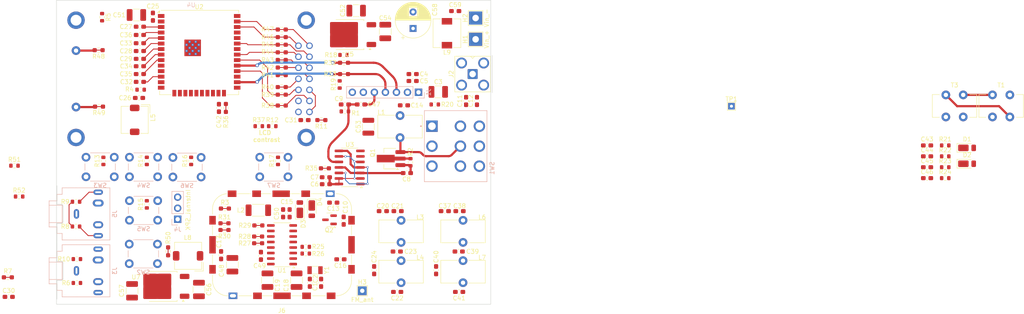
<source format=kicad_pcb>
(kicad_pcb (version 20240108) (generator "pcbnew") (generator_version "8.0")
  (layers (0 "F.Cu" signal) (31 "B.Cu" signal) (34 "B.Paste" user) (35 "F.Paste" user) (36 "B.SilkS" user "B.Silkscreen") (37 "F.SilkS" user "F.Silkscreen") (38 "B.Mask" user) (39 "F.Mask" user) (44 "Edge.Cuts" user))
  (net 0 "")
  (net 1 "Net-(U1-GPO3{slash}DCLK)")
  (net 2 "GND")
  (net 3 "Net-(U1-RCLK)")
  (net 4 "+3V3")
  (net 5 "Net-(U3E-VCC)")
  (net 6 "Net-(C8-Pad1)")
  (net 7 "Net-(Q1-G)")
  (net 8 "Net-(C47-Pad1)")
  (net 9 "Net-(Q2-G)")
  (net 10 "/RX/RF")
  (net 11 "Net-(J2-In)")
  (net 12 "Net-(Q2-S)")
  (net 13 "VBUS")
  (net 14 "Net-(D3-K)")
  (net 15 "Net-(U1-AMI)")
  (net 16 "Net-(C16-Pad1)")
  (net 17 "Net-(U1-FMI)")
  (net 18 "Net-(U1-VDD)")
  (net 19 "/MCU_and_UI/audio_out_left")
  (net 20 "Net-(U1-LOUT{slash}DFS)")
  (net 21 "Net-(U1-ROUT{slash}DOUT)")
  (net 22 "Net-(SW1B-C)")
  (net 23 "Net-(C21-Pad2)")
  (net 24 "Net-(SW1C-C)")
  (net 25 "Net-(C23-Pad2)")
  (net 26 "Net-(U2-VDD)")
  (net 27 "/MCU_and_UI/ESP_reset")
  (net 28 "/MCU_and_UI/mic_in")
  (net 29 "/MCU_and_UI/PTT_key")
  (net 30 "Net-(C30-Pad1)")
  (net 31 "Net-(C30-Pad2)")
  (net 32 "Net-(U4-Chip_enable)")
  (net 33 "/MCU_and_UI/Btn.Select")
  (net 34 "/MCU_and_UI/Btn.Up")
  (net 35 "/MCU_and_UI/Btn.Down")
  (net 36 "/MCU_and_UI/Btn.Back")
  (net 37 "/MCU_and_UI/Btn.Menu")
  (net 38 "Net-(SW1B-A)")
  (net 39 "Net-(SW1C-A)")
  (net 40 "/MCU_and_UI/Band_select")
  (net 41 "Net-(D2-K)")
  (net 42 "Net-(D1-K)")
  (net 43 "/channel_switching_and_filtering/Forward_indicator")
  (net 44 "/channel_switching_and_filtering/Reverse_indicator")
  (net 45 "/TX/Out1")
  (net 46 "Net-(D1-A)")
  (net 47 "Net-(D2-A)")
  (net 48 "/TX/SDA")
  (net 49 "/TX/SCL")
  (net 50 "/TX/Out2")
  (net 51 "/TX/Out3")
  (net 52 "/MCU_and_UI/onboard_key")
  (net 53 "/TX/TX_PA")
  (net 54 "/MCU_and_UI/RX_ant_en")
  (net 55 "Net-(U2-IO12)")
  (net 56 "/MCU_and_UI/onboard_mic")
  (net 57 "/MCU_and_UI/side_tone")
  (net 58 "Net-(U4-Vo)")
  (net 59 "/MCU_and_UI/I2C_SCL")
  (net 60 "/MCU_and_UI/I2C_SDIO")
  (net 61 "Net-(U1-GPO1)")
  (net 62 "Net-(U1-GPO2{slash}INTB)")
  (net 63 "Net-(U1-SDIO)")
  (net 64 "Net-(U1-SCLK)")
  (net 65 "Net-(U1-~{RST})")
  (net 66 "/MCU_and_UI/~{SI_RST}")
  (net 67 "Net-(U1-SENB)")
  (net 68 "Net-(U2-IO2)")
  (net 70 "Net-(SW1C-B)")
  (net 71 "/channel_switching_and_filtering/RF_out")
  (net 73 "/MCU_and_UI/ESP_TX")
  (net 76 "/MCU_and_UI/ESP_RX")
  (net 77 "/MCU_and_UI/LCD.D5")
  (net 78 "/MCU_and_UI/LCD.D4")
  (net 79 "/MCU_and_UI/LCD.BL")
  (net 81 "/MCU_and_UI/ESP_boot")
  (net 84 "/MCU_and_UI/LCD.D{slash}I")
  (net 85 "/MCU_and_UI/V_sense")
  (net 86 "/MCU_and_UI/LCD.D6")
  (net 87 "/MCU_and_UI/LCD.D7")
  (net 89 "/MCU_and_UI/LCD.R{slash}L")
  (net 91 "Net-(U3-Pad1)")
  (net 92 "/MCU_and_UI/LCD.D2")
  (net 93 "/MCU_and_UI/LCD.D1")
  (net 94 "/MCU_and_UI/LCD.D0")
  (net 95 "/MCU_and_UI/LCD.D3")
  (net 96 "Net-(U4-Data{slash}~{Instruction})")
  (net 97 "Net-(U4-R{slash}~{L})")
  (net 98 "Net-(U4-D0)")
  (net 99 "Net-(U4-D1)")
  (net 100 "Net-(U4-D2)")
  (net 101 "Net-(U4-D3)")
  (net 102 "Net-(U4-D4)")
  (net 103 "Net-(U4-D5)")
  (net 104 "Net-(U4-D6)")
  (net 105 "Net-(U4-D7)")
  (net 106 "Net-(U4-Vdd_backlight)")
  (net 107 "Net-(U4-Vss_backlight)")
  (net 109 "Net-(C38-Pad2)")
  (net 110 "Net-(C39-Pad2)")
  (net 111 "+3V3_RX")
  (net 112 "VBUS_filtered")
  (net 113 "Net-(J4-Pin_2)")
  (net 114 "Net-(J4-Pin_1)")
  (net 115 "/MCU_and_UI/audio_out_right")
  (footprint "Resistor_SMD:R_0603_1608Metric" (layer "F.Cu") (at 84.2 92.33)
    (property "Reference" "R26")
    (property "Value" "220R")
  )
  (footprint "summit_scourer:R_0603_linked" (layer "F.Cu") (at 93 48.4)
    (property "Reference" "R32")
    (property "Value" "0R")
  )
  (footprint "summit_scourer:R_0603_linked" (layer "F.Cu") (at 88.6 72.7)
    (property "Reference" "R35")
    (property "Value" "0R")
  )
  (footprint "Resistor_SMD:R_0603_1608Metric" (layer "F.Cu") (at 92 53.4 90)
    (property "Reference" "R19")
    (property "Value" "1k")
  )
  (footprint "Capacitor_SMD:C_1210_3225Metric_Pad1.33x2.70mm_HandSolder" (layer "F.Cu") (at 59.6 100.6 -90)
    (property "Reference" "C56")
    (property "Value" "10u")
  )
  (footprint "Resistor_SMD:R_0603_1608Metric" (layer "F.Cu") (at 57.8 71 90)
    (property "Reference" "R16")
    (property "Value" "10k")
  )
  (footprint "Capacitor_SMD:C_1210_3225Metric_Pad1.33x2.70mm_HandSolder" (layer "F.Cu") (at 45.2 37.4 180)
    (property "Reference" "C51")
    (property "Value" "10u")
  )
  (footprint "Resistor_SMD:R_0603_1608Metric" (layer "F.Cu") (at 92.9 46.6 180)
    (property "Reference" "R18")
    (property "Value" "1k")
  )
  (footprint "Capacitor_SMD:C_0603_1608Metric_Pad1.08x0.95mm_HandSolder" (layer "F.Cu") (at 227.24 67.43)
    (property "Reference" "C43")
    (property "Value" "10n")
  )
  (footprint "Inductor_SMD:L_TDK_SLF6025" (layer "F.Cu") (at 44.8 61.55 -90)
    (property "Reference" "L5")
    (property "Value" "L_Ferrite")
  )
  (footprint "Package_TO_SOT_SMD:SOT-89-3_Handsoldering" (layer "F.Cu") (at 103.5375 70.4625 180)
    (property "Reference" "Q1")
    (property "Value" "Q_NMOS")
  )
  (footprint "Resistor_SMD:R_0603_1608Metric" (layer "F.Cu") (at 47.6 81 90)
    (property "Reference" "R15")
    (property "Value" "10k")
  )
  (footprint "Capacitor_SMD:C_0603_1608Metric_Pad1.08x0.95mm_HandSolder" (layer "F.Cu") (at 105.2375 101.16 180)
    (property "Reference" "C22")
    (property "Value" "C")
  )
  (footprint "Inductor_THT:L_Toroid_Vertical_L10.0mm_W5.0mm_P5.08mm" (layer "F.Cu") (at 106.1375 84.68)
    (property "Reference" "L3")
    (property "Value" "L_Ferrite")
  )
  (footprint "summit_scourer:R_0603_linked" (layer "F.Cu") (at 65.575 81.9625)
    (property "Reference" "R3")
    (property "Value" "0R")
  )
  (footprint "Inductor_THT:L_Toroid_Vertical_L10.0mm_W5.0mm_P5.08mm" (layer "F.Cu") (at 106.1375 93.96)
    (property "Reference" "L4")
    (property "Value" "L_Ferrite")
  )
  (footprint "Resistor_SMD:R_0603_1608Metric" (layer "F.Cu") (at 37.3 37.9 -90)
    (property "Reference" "R5")
    (property "Value" "100k")
  )
  (footprint "summit_scourer:R_0603_linked" (layer "F.Cu") (at 78.6625 42.5 180)
    (property "Reference" "R46")
    (property "Value" "0R")
  )
  (footprint "Capacitor_SMD:C_0603_1608Metric_Pad1.08x0.95mm_HandSolder" (layer "F.Cu") (at 92.175 93.655 180)
    (property "Reference" "C16")
    (property "Value" "10n")
  )
  (footprint "summit_scourer:torroid_transformer" (layer "F.Cu") (at 233.565 55.8)
    (property "Reference" "T3")
    (property "Value" "T")
  )
  (footprint "Capacitor_SMD:C_0603_1608Metric_Pad1.08x0.95mm_HandSolder" (layer "F.Cu") (at 107.475 73.8)
    (property "Reference" "C8")
    (property "Value" "10n")
  )
  (footprint "Inductor_THT:L_Toroid_Vertical_L10.0mm_W5.0mm_P5.08mm" (layer "F.Cu") (at 120.4 84.68)
    (property "Reference" "L6")
    (property "Value" "L_Ferrite")
  )
  (footprint "Capacitor_SMD:C_0603_1608Metric_Pad1.08x0.95mm_HandSolder" (layer "F.Cu") (at 73.875 92.855 -90)
    (property "Reference" "C49")
    (property "Value" "100n")
  )
  (footprint "Capacitor_SMD:C_0603_1608Metric_Pad1.08x0.95mm_HandSolder" (layer "F.Cu") (at 108.8 52.6 180)
    (property "Reference" "C5")
    (property "Value" "10n")
  )
  (footprint "Package_TO_SOT_SMD:TO-252-2" (layer "F.Cu") (at 94.26 41.92 180)
    (property "Reference" "U5")
    (property "Value" "AZ1117-3.3")
  )
  (footprint "Connector_Coaxial:SMA_Amphenol_901-143_Horizontal" (layer "F.Cu") (at 122.61 51 -90)
    (property "Reference" "J2")
    (property "Value" "Conn_Coaxial")
    (fp_line (start 4.3 -4.5) (end -4.3 -4.5) (stroke (width 0.1)) (layer "Edge.Cuts"))
  )
  (footprint "Resistor_SMD:R_0603_1608Metric" (layer "F.Cu") (at 17.125 72.1)
    (property "Reference" "R51")
    (property "Value" "100k")
  )
  (footprint "Capacitor_SMD:C_0603_1608Metric_Pad1.08x0.95mm_HandSolder" (layer "F.Cu") (at 119.4 91.86)
    (property "Reference" "C39")
    (property "Value" "C")
  )
  (footprint "Resistor_SMD:R_0603_1608Metric" (layer "F.Cu") (at 18.2 79.2)
    (property "Reference" "R52")
    (property "Value" "10k")
  )
  (footprint "Capacitor_SMD:C_0603_1608Metric_Pad1.08x0.95mm_HandSolder" (layer "F.Cu") (at 123.61 57.2 90)
    (property "Reference" "C12")
    (property "Value" "100n")
  )
  (footprint "Capacitor_SMD:C_0603_1608Metric_Pad1.08x0.95mm_HandSolder" (layer "F.Cu") (at 46 45.7 180)
    (property "Reference" "C28")
    (property "Value" "10n")
  )
  (footprint "Resistor_SMD:R_0603_1608Metric" (layer "F.Cu") (at 76.475 63)
    (property "Reference" "R12")
    (property "Value" "10k")
  )
  (footprint "Resistor_SMD:R_0603_1608Metric" (layer "F.Cu") (at 231.42 74.96)
    (property "Reference" "R24")
    (property "Value" "100k")
  )
  (footprint "summit_scourer:R_0603_linked" (layer "F.Cu") (at 52.5 91.8125 -90)
    (property "Reference" "R50")
    (property "Value" "0R")
  )
  (footprint "Capacitor_SMD:C_0603_1608Metric_Pad1.08x0.95mm_HandSolder" (layer "F.Cu") (at 46 49.2 180)
    (property "Reference" "C34")
    (property "Value" "100n")
  )
  (footprint "Resistor_SMD:R_0603_1608Metric" (layer "F.Cu") (at 46.175 54.6)
    (property "Reference" "R4")
    (property "Value" "10k")
  )
  (footprint "Capacitor_SMD:C_0603_1608Metric_Pad1.08x0.95mm_HandSolder" (layer "F.Cu") (at 114.2 96.16 -90)
    (property "Reference" "C40")
    (property "Value" "C")
  )
  (footprint "summit_scourer:R_0603_linked" (layer "F.Cu") (at 87.7875 61.6 180)
    (property "Reference" "R11")
    (property "Value" "0R")
  )
  (footprint "Capacitor_SMD:C_1210_3225Metric_Pad1.33x2.70mm_HandSolder" (layer "F.Cu") (at 44.2 100.9 -90)
    (property "Reference" "C57")
    (property "Value" "10u")
  )
  (footprint "Capacitor_SMD:C_0603_1608Metric_Pad1.08x0.95mm_HandSolder" (layer "F.Cu") (at 87.725 99.055 -90)
    (property "Reference" "C2")
    (property "Value" "22p")
  )
  (footprint "summit_scourer:R_0603_linked" (layer "F.Cu") (at 36.5875 58.5 180)
    (property "Reference" "R49")
    (property "Value" "0R")
  )
  (footprint "summit_scourer:R_0603_linked" (layer "F.Cu") (at 78.6625 49.5 180)
    (property "Reference" "R42")
    (property "Value" "0R")
  )
  (footprint "Capacitor_SMD:C_0603_1608Metric_Pad1.08x0.95mm_HandSolder" (layer "F.Cu") (at 116.2 82.56 180)
    (property "Reference" "C37")
    (property "Value" "C")
  )
  (footprint "summit_scourer:R_0603_linked" (layer "F.Cu") (at 65.8 58.8 -90)
    (property "Reference" "R36")
    (property "Value" "0R")
  )
  (footprint "Capacitor_SMD:C_0603_1608Metric_Pad1.08x0.95mm_HandSolder" (layer "F.Cu") (at 45.8 56.5)
    (property "Reference" "C26")
    (property "Value" "10n")
  )
  (footprint "summit_scourer:R_0603_linked" (layer "F.Cu") (at 93 51)
    (property "Reference" "R33")
    (property "Value" "0R")
  )
  (footprint "Capacitor_SMD:C_0603_1608Metric_Pad1.08x0.95mm_HandSolder" (layer "F.Cu") (at 80.475 83.055 -90)
    (property "Reference" "C15")
    (property "Value" "100n")
  )
  (footprint "TestPoint:TestPoint_THTPad_1.5x1.5mm_Drill0.7mm" (layer "F.Cu") (at 182.2 58.4)
    (property "Reference" "TP1")
    (property "Value" "RX_BFO")
  )
  (footprint "Inductor_SMD:L_2010_5025Metric" (layer "F.Cu") (at 73.275 82.355 180)
    (property "Reference" "L2")
    (property "Value" "DNF")
  )
  (footprint "Resistor_SMD:R_0603_1608Metric" (layer "F.Cu") (at 231.42 69.94)
    (property "Reference" "R22")
    (property "Value" "220R")
  )
  (footprint "Diode_SMD:D_PowerDI-123" (layer "F.Cu") (at 82.825 82.105 90)
    (property "Reference" "D3")
    (property "Value" "D")
  )
  (footprint "Capacitor_SMD:C_0603_1608Metric_Pad1.08x0.95mm_HandSolder" (layer "F.Cu") (at 46 51 180)
    (property "Reference" "C35")
    (property "Value" "100n")
  )
  (footprint "Capacitor_SMD:C_0603_1608Metric_Pad1.08x0.95mm_HandSolder" (layer "F.Cu") (at 46 43.9 180)
    (property "Reference" "C33")
    (property "Value" "100n")
  )
  (footprint "Resistor_SMD:R_0603_1608Metric" (layer "F.Cu") (at 108.3 71.3 90)
    (property "Reference" "R2")
    (property "Value" "100k")
  )
  (footprint "summit_scourer:R_0603_linked" (layer "F.Cu") (at 78.6625 44.25 180)
    (property "Reference" "R45")
    (property "Value" "0R")
  )
  (footprint "Capacitor_SMD:C_0603_1608Metric_Pad1.08x0.95mm_HandSolder" (layer "F.Cu") (at 93.2 58 180)
    (property "Reference" "C9")
    (property "Value" "22p")
  )
  (footprint "Capacitor_SMD:C_0603_1608Metric_Pad1.08x0.95mm_HandSolder" (layer "F.Cu") (at 78.975 83.055 -90)
    (property "Reference" "C50")
    (property "Value" "100n")
  )
  (footprint "Capacitor_SMD:C_0603_1608Metric_Pad1.08x0.95mm_HandSolder" (layer "F.Cu") (at 227.24 74.96)
    (property "Reference" "C46")
    (property "Value" "10n")
  )
  (footprint "Package_SO:SO-16_3.9x9.9mm_P1.27mm" (layer "F.Cu") (at 78.725 90.305 180)
    (property "Reference" "U1")
    (property "Value" "SI4732-A10-GS")
  )
  (footprint "Capacitor_SMD:C_1210_3225Metric" (layer "F.Cu") (at 98.6 63.125 -90)
    (property "Reference" "C53")
    (property "Value" "10u")
  )
  (footprint "summit_scourer:R_0603_linked" (layer "F.Cu") (at 78.6625 58.25 180)
    (property "Reference" "R38")
    (property "Value" "0R")
  )
  (footprint "Resistor_SMD:R_0603_1608Metric" (layer "F.Cu") (at 84.2 90.78)
    (property "Reference" "R25")
    (property "Value" "220R")
  )
  (footprint "Capacitor_SMD:C_0603_1608Metric_Pad1.08x0.95mm_HandSolder" (layer "F.Cu") (at 227.24 69.94)
    (property "Reference" "C44")
    (property "Value" "10n")
  )
  (footprint "Capacitor_SMD:C_0603_1608Metric_Pad1.08x0.95mm_HandSolder" (layer "F.Cu") (at 85.125 99.055 -90)
    (property "Reference" "C1")
    (property "Value" "22p")
  )
  (footprint "Capacitor_SMD:C_0603_1608Metric_Pad1.08x0.95mm_HandSolder" (layer "F.Cu") (at 64.2 58.8 -90)
    (property "Reference" "C42")
    (property "Value" "100n")
  )
  (footprint "Capacitor_SMD:C_0603_1608Metric_Pad1.08x0.95mm_HandSolder" (layer "F.Cu") (at 46 47.5 180)
    (property "Reference" "C29")
    (property "Value" "100n")
  )
  (footprint "Capacitor_SMD:C_0603_1608Metric_Pad1.08x0.95mm_HandSolder" (layer "F.Cu") (at 46 42 180)
    (property "Reference" "C36")
    (property "Value" "100n")
  )
  (footprint "Crystal:Crystal_SMD_3215-2Pin_3.2x1.5mm" (layer "F.Cu") (at 86.325 96.155 180)
    (property "Reference" "Y1")
    (property "Value" "32.768 KHz")
  )
  (footprint "Capacitor_SMD:C_0603_1608Metric_Pad1.08x0.95mm_HandSolder" (layer "F.Cu") (at 88.825 74.76 180)
    (property "Reference" "C7")
    (property "Value" "10n")
  )
  (footprint "summit_scourer:R_0603_linked" (layer "F.Cu") (at 78.6625 55.75 180)
    (property "Reference" "R39")
    (property "Value" "0R")
  )
  (footprint "Capacitor_SMD:C_0603_1608Metric_Pad1.08x0.95mm_HandSolder" (layer "F.Cu") (at 227.24 72.45)
    (property "Reference" "C45")
    (property "Value" "10n")
  )
  (footprint "summit_scourer:R_0603_linked" (layer "F.Cu") (at 73.275 85.855 180)
    (property "Reference" "R29")
    (property "Value" "0R")
  )
  (footprint "Inductor_THT:L_Toroid_Vertical_L10.0mm_W5.0mm_P5.08mm" (layer "F.Cu") (at 120.4 93.96)
    (property "Reference" "L7")
    (property "Value" "L_Ferrite")
  )
  (footprint "Capacitor_SMD:C_0603_1608Metric_Pad1.08x0.95mm_HandSolder" (layer "F.Cu") (at 83.9 61.6 180)
    (property "Reference" "C31")
    (property "Value" "100n")
  )
  (footprint "Inductor_THT:L_Toroid_Vertical_L10.0mm_W5.0mm_P5.08mm" (layer "F.Cu") (at 105.9 60.5575)
    (property "Reference" "L1")
    (property "Value" "L")
  )
  (footprint "Package_TO_SOT_SMD:SOT-23" (layer "F.Cu") (at 89.6625 84.555 180)
    (property "Reference" "Q2")
    (property "Value" "2N7002H")
  )
  (footprint "Capacitor_SMD:C_0603_1608Metric_Pad1.08x0.95mm_HandSolder" (layer "F.Cu") (at 106.8 58.2)
    (property "Reference" "C14")
    (property "Value" "100n")
  )
  (footprint "Capacitor_SMD:C_0603_1608Metric_Pad1.08x0.95mm_HandSolder" (layer "F.Cu") (at 108.8 51 180)
    (property "Reference" "C4")
    (property "Value" "100n")
  )
  (footprint "Diode_SMD:D_PowerDI-123" (layer "F.Cu") (at 85.575 82.105 -90)
    (property "Reference" "D4")
    (property "Value" "D")
  )
  (footprint "Capacitor_SMD:C_0603_1608Metric_Pad1.08x0.95mm_HandSolder" (layer "F.Cu") (at 88.825 76.36 180)
    (property "Reference" "C6")
    (property "Value" "100n")
  )
  (footprint "Resistor_SMD:R_0603_1608Metric" (layer "F.Cu") (at 93.2 59.6 180)
    (property "Reference" "R1")
    (property "Value" "100k")
  )
  (footprint "Capacitor_SMD:C_0603_1608Metric_Pad1.08x0.95mm_HandSolder" (layer "F.Cu") (at 101.9375 82.56 180)
    (property "Reference" "C20")
    (property "Value" "C")
  )
  (footprint "Capacitor_SMD:C_0603_1608Metric_Pad1.08x0.95mm_HandSolder" (layer "F.Cu") (at 49 37.8 90)
    (property "Reference" "C25")
    (property "Value" "100n")
  )
  (footprint "Capacitor_SMD:C_0603_1608Metric_Pad1.08x0.95mm_HandSolder" (layer "F.Cu") (at 105.3375 82.56)
    (property "Reference" "C21")
    (property "Value" "C")
  )
  (footprint "Resistor_SMD:R_0603_1608Metric" (layer "F.Cu") (at 231.42 72.45)
    (property "Reference" "R23")
    (property "Value" "100k")
  )
  (footprint "Resistor_SMD:R_0603_1608Metric" (layer "F.Cu") (at 231.42 67.43)
    (property "Reference" "R21")
    (property "Value" "220R")
  )
  (footprint "summit_scourer:R_0603_linked" (layer "F.Cu") (at 65.475 85.355 180)
    (property "Reference" "R31")
    (property "Value" "0R")
  )
  (footprint "TestPoint:TestPoint_THTPad_3.0x3.0mm_Drill1.5mm" (layer "F.Cu") (at 123.3 38.1 90)
    (property "Reference" "H2")
    (property "Value" "Vin_-")
  )
  (footprint "Capacitor_SMD:C_0603_1608Metric_Pad1.08x0.95mm_HandSolder" (layer "F.Cu") (at 64.7 92.7 90)
    (property "Reference" "C17")
    (property "Value" "10n")
  )
  (footprint "Package_TO_SOT_SMD:TO-252-2" (layer "F.Cu") (at 51.26 99.88 180)
    (property "Reference" "U7")
    (property "Value" "AZ1117-3.3")
  )
  (footprint "Capacitor_SMD:C_0603_1608Metric_Pad1.08x0.95mm_HandSolder" (layer "F.Cu") (at 121.1 57.2 90)
    (property "Reference" "C11")
    (property "Value" "100n")
  )
  (footprint "Resistor_SMD:R_0603_1608Metric" (layer "F.Cu") (at 31.3 86.1)
    (property "Reference" "R8")
    (property "Value" "10k")
  )
  (footprint "Resistor_SMD:R_0603_1608Metric" (layer "F.Cu") (at 37.6 71 90)
    (property "Reference" "R13")
    (property "Value" "10k")
  )
  (footprint "summit_scourer:MS323_hatched" (layer "F.Cu") (at 94.725 78.555 180)
    (property "Reference" "J6")
    (property "Value" "RFShield_OnePiece")
  )
  (footprint "Package_SO:SOIC-14_3.9x8.7mm_P1.27mm" (layer "F.Cu") (at 94.3 72.5 180)
    (property "Reference" "U3")
    (property "Value" "74AC00")
  )
  (footprint "Capacitor_SMD:C_1210_3225Metric_Pad1.33x2.70mm_HandSolder" (layer "F.Cu") (at 102.5 41.2 -90)
    (property "Reference" "C54")
    (property "Value" "10u")
  )
  (footprint "Capacitor_SMD:C_0603_1608Metric_Pad1.08x0.95mm_HandSolder" (layer "F.Cu") (at 118.6 36.5)
    (property "Reference" "C59")
    (property "Value" "100n")
  )
  (footprint "Resistor_SMD:R_0603_1608Metric" (layer "F.Cu") (at 113.9 58)
    (property "Reference" "R20")
    (property "Value" "10k")
  )
  (footprint "Resistor_SMD:R_0603_1608Metric" (layer "F.Cu") (at 31.5 99.1)
    (property "Reference" "R6")
    (property "Value" "10k")
  )
  (footprint "Resistor_SMD:R_0603_1608Metric" (layer "F.Cu") (at 77.8 71 90)
    (property "Reference" "R17")
    (property "Value" "10k")
  )
  (footprint "Diode_SMD:D_PowerDI-123" (layer "F.Cu") (at 236.45 71.65)
    (property "Reference" "D2")
    (property "Value" "D")
  )
  (footprint "Capacitor_SMD:C_0603_1608Metric_Pad1.08x0.95mm_HandSolder" (layer "F.Cu") (at 99.9375 96.16 -90)
    (property "Reference" "C24")
    (property "Value" "C")
  )
  (footprint "RF_Module:ESP32-WROOM-32UE" (layer "F.Cu") (at 59.65 46.04)
    (property "Reference" "U2")
    (property "Value" "ESP32-WROOM-32UE")
  )
  (footprint "Capacitor_SMD:C_1210_3225Metric_Pad1.33x2.70mm_HandSolder" (layer "F.Cu") (at 75.375 98.455 -90)
    (property "Reference" "C19")
    (property "Value" "10u")
  )
  (footprint "Capacitor_SMD:C_0603_1608Metric_Pad1.08x0.95mm_HandSolder" (layer "F.Cu") (at 105.1375 91.86)
    (property "Reference" "C23")
    (property "Value" "C")
  )
  (footprint "Capacitor_SMD:C_0603_1608Metric_Pad1.08x0.95mm_HandSolder" (layer "F.Cu") (at 15.8 102.3)
    (property "Reference" "C30")
    (property "Value" "100n")
  )
  (footprint "Capacitor_SMD:C_0603_1608Metric_Pad1.08x0.95mm_HandSolder" (layer "F.Cu") (at 119.6 82.56)
    (property "Reference" "C38")
    (property "Value" "C")
  )
  (footprint "Diode_SMD:D_PowerDI-123" (layer "F.Cu") (at 236.45 68)
    (property "Reference" "D1")
    (property "Value" "D")
  )
  (footprint "Capacitor_SMD:C_1210_3225Metric_Pad1.33x2.70mm_HandSolder" (layer "F.Cu") (at 95.8 36.4)
    (property "Reference" "C52")
    (property "Value" "10u")
  )
  (footprint "Capacitor_SMD:C_0603_1608Metric_Pad1.08x0.95mm_HandSolder" (layer "F.Cu") (at 92.925 84.755 90)
    (property "Reference" "C10")
    (property "Value" "10n")
  )
  (footprint "Capacitor_THT:CP_Radial_D8.0mm_P3.80mm" (layer "F.Cu") (at 108.9 40.5 90)
    (property "Reference" "C58")
    (property "Value" "470u")
  )
  (footprint "summit_scourer:R_0603_linked" (layer "F.Cu") (at 78.6625 54 180)
    (property "Reference" "R40")
    (property "Value" "0R")
  )
  (footprint "TestPoint:TestPoint_THTPad_3.0x3.0mm_Drill1.5mm" (layer "F.Cu") (at 123.3 43 90)
    (property "Reference" "H1")
    (property "Value" "Vin_+")
  )
  (footprint "summit_scourer:torroid_transformer" (layer "F.Cu") (at 244.3 55.8)
    (property "Reference" "T1")
    (property "Value" "T")
  )
  (footprint "summit_scourer:R_0603_linked" (layer "F.Cu") (at 73.225 88.405 180)
    (property "Reference" "R28")
    (property "Value" "0R")
  )
  (footprint "Resistor_SMD:R_0603_1608Metric" (layer "F.Cu") (at 31.3 80.4)
    (property "Reference" "R9")
    (property "Value" "10k")
  )
  (footprint "Capacitor_SMD:C_0603_1608Metric_Pad1.08x0.95mm_HandSolder" (layer "F.Cu") (at 96.9 58)
    (property "Reference" "C47")
    (property "Value" "100n")
  )
  (footprint "summit_scourer:R_0603_linked" (layer "F.Cu") (at 78.6625 46 180)
    (property "Reference" "R44")
    (property "Value" "0R")
  )
  (footprint "Capacitor_SMD:C_0603_1608Metric_Pad1.08x0.95mm_HandSolder" (layer "F.Cu") (at 90.525 80.605)
    (property "Reference" "C13")
    (property "Value" "10n")
  )
  (footprint "summit_scourer:R_0603_linked" (layer "F.Cu") (at 36.5 45.5 180)
    (property "Reference" "R48")
    (property "Value" "0R")
  )
  (footprint "summit_scourer:R_0603_linked" (layer "F.Cu") (at 78.6625 47.75 180)
    (property "Reference" "R43")
    (property "Value" "0R")
  )
  (footprint "summit_scourer:R_0603_linked" (layer "F.Cu") (at 65.475 86.905 180)
    (property "Reference" "R30")
    (property "Value" "0R")
  )
  (footprint "summit_scourer:R_0603_linked" (layer "F.Cu") (at 78.6625 40.75 180)
    (property "Reference" "R47")
    (property "Value" "0R")
  )
  (footprint "Capacitor_SMD:C_1210_3225Metric_Pad1.33x2.70mm_HandSolder" (layer "F.Cu") (at 82.075 98.455 -90)
    (property "Reference" "C18")
    (property "Value" "10u")
  )
  (footprint "summit_scourer:R_0603_linked" (layer "F.Cu") (at 73.225 89.955 180)
    (property "Reference" "R27")
    (property "Value" "0R")
  )
  (footprint "summit_scourer:R_0603_linked" (layer "F.Cu") (at 15.6 97.8)
    (property "Reference" "R7")
    (property "Value" "0R")
  )
  (footprint "Capacitor_SMD:C_0603_1608Metric_Pad1.08x0.95mm_HandSolder" (layer "F.Cu") (at 46 40.1 180)
    (property "Reference" "C27")
    (property "Value" "100n")
  )
  (footprint "Resistor_SMD:R_0603_1608Metric" (layer "F.Cu") (at 31.5 93.6)
    (property "Reference" "R10")
    (property "Value" "10k")
  )
  (footprint "Capacitor_SMD:C_0603_1608Metric_Pad1.08x0.95mm_HandSolder" (layer "F.Cu") (at 119.5 101.16 180)
    (property "Reference" "C41")
    (property "Value" "C")
  )
  (footprint "summit_scourer:R_0603_linked" (layer "F.Cu") (at 78.6625 51.25 180)
    (property "Reference" "R41")
    (property "Value" "0R")
  )
  (footprint "Capacitor_SMD:C_1210_3225Metric_Pad1.33x2.70mm_HandSolder" (layer "F.Cu") (at 67.3 94.9 -90)
    (property "Reference" "C48")
    (property "Value" "10u")
  )
  (footprint "Capacitor_SMD:C_0603_1608Metric_Pad1.08x0.95mm_HandSolder" (layer "F.Cu") (at 46 52.8 180)
    (property "Reference" "C32")
    (property "Value" "100n")
  )
  (footprint "TestPoint:TestPoint_THTPad_2.0x2.0mm_Drill1.0mm" (layer "F.Cu") (at 97.2 100.9)
    (property "Reference" "H3")
    (property "Value" "FM_ant")
  )
  (footprint "Inductor_SMD:L_6.3x6.3_H3" (layer "F.Cu") (at 116.7 41.6 90)
    (property "Reference" "L9")
    (property "Value" "L_Ferrite")
  )
  (footprint "Resistor_SMD:R_0603_1608Metric" (layer "F.Cu") (at 47.6 71 90)
    (property "Reference" "R14")
    (property "Value" "10k")
  )
  (footprint "Resistor_SMD:R_0603_1608Metric" (layer "F.Cu") (at 73.375 63)
    (property "Reference" "R37")
    (property "Value" "10k")
  )
  (footprint "Inductor_SMD:L_TDK_SLF6025" (layer "F.Cu") (at 57.1 92.8575 180)
    (property "Reference" "L8")
    (property "Value" "L_Ferrite")
  )
  (footprint "Capacitor_SMD:C_1210_3225Metric_Pad1.33x2.70mm_HandSolder" (layer "F.Cu") (at 114.7 55.1)
    (property "Reference" "C3")
    (property "Value" "10u")
  )
  (footprint "summit_scourer:Display_8x2" (layer "B.Cu") (at 57.8 52.1 180)
    (property "Reference" "U4")
    (property "Value" "~")
  )
  (footprint "Button_Switch_THT:SW_PUSH_6mm_H9.5mm" (layer "B.Cu") (at 73.6 74.65)
    (property "Reference" "SW7")
    (property "Value" "push_btn")
  )
  (footprint "Button_Switch_THT:SW_PUSH_6mm_H9.5mm" (layer "B.Cu") (at 43.6 74.65)
    (property "Reference" "SW4")
    (property "Value" "push_btn")
  )
  (footprint "summit_scourer:SW_GF-161-0005" (layer "B.Cu") (at 118.7078 67.6 90)
    (property "Reference" "SW1")
    (property "Value" "SW_DPDT_x3")
  )
  (footprint "Button_Switch_THT:SW_PUSH_6mm_H9.5mm" (layer "B.Cu") (at 43.55 94.65)
    (property "Reference" "SW2")
    (property "Value" "push_btn")
  )
  (footprint "Connector_PinHeader_2.54mm:PinHeader_1x03_P2.54mm_Vertical" (layer "B.Cu") (at 54.7 84.425)
    (property "Reference" "J4")
    (property "Value" "Internal_SPK")
  )
  (footprint "Connector_PinHeader_2.54mm:PinHeader_1x07_P2.54mm_Vertical" (layer "B.Cu") (at 110.1534 55.2 90)
    (property "Reference" "J1")
    (property "Value" "SI5351_breakout_board")
  )
  (footprint "Connector_Audio:Jack_3.5mm_CUI_SJ1-3525N_Horizontal" (layer "B.Cu") (at 31.4 83.2 90)
    (property "Reference" "J5")
    (property "Value" "PTT/Mic")
    (fp_line (start 6.5 -4.5) (end 2.2 -4.5) (stroke (width 0.12)) (layer "Edge.Cuts"))
    (fp_line (start 2.2 -4.5) (end 2.2 -3.5) (stroke (width 0.12)) (layer "Edge.Cuts"))
    (fp_line (start -2.2 -4.5) (end -2.2 -3.5) (stroke (width 0.12)) (layer "Edge.Cuts"))
    (fp_line (start -6.5 -4.5) (end -2.2 -4.5) (stroke (width 0.12)) (layer "Edge.Cuts"))
    (fp_line (start -1.8 -3.1) (end 1.8 -3.1) (stroke (width 0.12)) (layer "Edge.Cuts"))
    (fp_arc (start 2.2 -3.5) (mid 2.082843 -3.217157) (end 1.8 -3.1) (stroke (width 0.12)) (layer "Edge.Cuts"))
    (fp_arc (start -1.8 -3.1) (mid -2.082842 -3.217158) (end -2.2 -3.5) (stroke (width 0.12)) (layer "Edge.Cuts"))
  )
  (footprint "Button_Switch_THT:SW_PUSH_6mm_H9.5mm" (layer "B.Cu") (at 33.6 74.65)
    (property "Reference" "SW3")
    (property "Value" "push_btn")
  )
  (footprint "Button_Switch_THT:SW_PUSH_6mm_H9.5mm" (layer "B.Cu") (at 43.6 84.65)
    (property "Reference" "SW5")
    (property "Value" "push_btn")
  )
  (footprint "Button_Switch_THT:SW_PUSH_6mm_H9.5mm" (layer "B.Cu") (at 53.6 74.7)
    (property "Reference" "SW6")
    (property "Value" "push_btn")
  )
  (footprint "Connector_Audio:Jack_3.5mm_CUI_SJ1-3525N_Horizontal" (layer "B.Cu") (at 31.4 96.3 90)
    (property "Reference" "J3")
    (property "Value" "PTT/Mic")
    (fp_line (start 6.5 -4.5) (end 2.2 -4.5) (stroke (width 0.12)) (layer "Edge.Cuts"))
    (fp_line (start 2.2 -4.5) (end 2.2 -3.5) (stroke (width 0.12)) (layer "Edge.Cuts"))
    (fp_line (start -2.2 -4.5) (end -2.2 -3.5) (stroke (width 0.12)) (layer "Edge.Cuts"))
    (fp_line (start -6.5 -4.5) (end -2.2 -4.5) (stroke (width 0.12)) (layer "Edge.Cuts"))
    (fp_line (start -1.8 -3.1) (end 1.8 -3.1) (stroke (width 0.12)) (layer "Edge.Cuts"))
    (fp_arc (start 2.2 -3.5) (mid 2.082843 -3.217157) (end 1.8 -3.1) (stroke (width 0.12)) (layer "Edge.Cuts"))
    (fp_arc (start -1.8 -3.1) (mid -2.082842 -3.217158) (end -2.2 -3.5) (stroke (width 0.12)) (layer "Edge.Cuts"))
  )
  (gr_rect (start 26.8 34) (end 126.8 104) (stroke (width 0.1)) (fill none) (layer "Edge.Cuts"))
  (gr_text "LCD \ncontrast" (at 75.175 66.7 0) (layer "F.SilkS") (effects (font (size 1 1) (thickness 0.2) (bold yes)) (justify bottom)))
  (segment (start 105.9 70.4625) (end 108.2875 70.4625) (width 0.5) (layer "F.Cu") (net 2))
  (segment (start 108.2875 70.4625) (end 108.3 70.475) (width 0.5) (layer "F.Cu") (net 2))
  (segment (start 91.775 76.36) (end 91.825 76.31) (width 0.5) (layer "F.Cu") (net 5))
  (segment (start 95.425 75.04) (end 91.825 75.04) (width 0.2) (layer "F.Cu") (net 5))
  (segment (start 89.6875 76.36) (end 91.775 76.36) (width 0.5) (layer "F.Cu") (net 5))
  (segment (start 96.775 75.04) (end 95.425 75.04) (width 0.2) (layer "F.Cu") (net 5))
  (segment (start 95.425 71.16) (end 96.705 71.16) (width 0.2) (layer "F.Cu") (net 5))
  (segment (start 91.825 76.31) (end 91.825 75.04) (width 0.2) (layer "F.Cu") (net 5))
  (segment (start 89.6875 74.76) (end 89.6875 76.36) (width 0.5) (layer "F.Cu") (net 5))
  (segment (start 96.705 71.16) (end 96.775 71.23) (width 0.2) (layer "F.Cu") (net 5))
  (segment (start 91.825 69.96) (end 93.325 69.96) (width 0.2) (layer "F.Cu") (net 5))
  (via (at 95.425 71.16) (size 0.5) (drill 0.3) (layers "F.Cu" "B.Cu") (net 5))
  (via (at 93.325 69.96) (size 0.5) (drill 0.3) (layers "F.Cu" "B.Cu") (net 5))
  (via (at 95.425 75.04) (size 0.5) (drill 0.3) (layers "F.Cu" "B.Cu") (net 5))
  (segment (start 94.225 69.96) (end 95.425 71.16) (width 0.2) (layer "B.Cu") (net 5))
  (segment (start 95.425 71.16) (end 95.425 75.04) (width 0.2) (layer "B.Cu") (net 5))
  (segment (start 93.325 69.96) (end 94.225 69.96) (width 0.2) (layer "B.Cu") (net 5))
  (segment (start 96.775 73.77) (end 96.805 73.8) (width 0.5) (layer "F.Cu") (net 6))
  (segment (start 93.265 72.5) (end 94.535 73.77) (width 0.5) (layer "F.Cu") (net 6))
  (segment (start 96.805 73.8) (end 106.6125 73.8) (width 0.5) (layer "F.Cu") (net 6))
  (segment (start 94.535 73.77) (end 96.775 73.77) (width 0.5) (layer "F.Cu") (net 6))
  (segment (start 91.825 72.5) (end 93.265 72.5) (width 0.5) (layer "F.Cu") (net 6))
  (segment (start 108.3375 73.8) (end 108.3375 72.1625) (width 0.5) (layer "F.Cu") (net 7))
  (segment (start 105.9875 71.9625) (end 108.1375 71.9625) (width 0.5) (layer "F.Cu") (net 7))
  (segment (start 108.1375 71.9625) (end 108.3 72.125) (width 0.5) (layer "F.Cu") (net 7))
  (segment (start 108.3375 72.1625) (end 108.3 72.125) (width 0.5) (layer "F.Cu") (net 7))
  (segment (start 90.27868 66.72132) (end 93.146321 63.853679) (width 0.5) (layer "F.Cu") (net 8))
  (segment (start 91.825 71.23) (end 90.623428 71.23) (width 0.5) (layer "F.Cu") (net 8))
  (segment (start 89.4 68.842641) (end 89.4 70.006572) (width 0.5) (layer "F.Cu") (net 8))
  (segment (start 94.025 58.0375) (end 94.0625 58) (width 0.5) (layer "F.Cu") (net 8))
  (segment (start 94.0625 58) (end 96.0375 58) (width 0.5) (layer "F.Cu") (net 8))
  (segment (start 89.692893 70.713679) (end 89.916321 70.937107) (width 0.5) (layer "F.Cu") (net 8))
  (segment (start 94.025 61.732359) (end 94.025 59.6) (width 0.5) (layer "F.Cu") (net 8))
  (segment (start 94.025 59.6) (end 94.025 58.0375) (width 0.5) (layer "F.Cu") (net 8))
  (arc (start 89.692893 70.713679) (mid 89.47612 70.389256) (end 89.4 70.006572) (width 0.5) (layer "F.Cu") (net 8))
  (arc (start 90.623428 71.23) (mid 90.240745 71.15388) (end 89.916321 70.937107) (width 0.5) (layer "F.Cu") (net 8))
  (arc (start 94.025 61.732359) (mid 93.796639 62.880409) (end 93.146321 63.853679) (width 0.5) (layer "F.Cu") (net 8))
  (arc (start 89.4 68.842641) (mid 89.628362 67.69459) (end 90.27868 66.72132) (width 0.5) (layer "F.Cu") (net 8))
  (segment (start 34.3 78.2) (end 36.4 78.2) (width 0.2) (layer "F.Cu") (net 19))
  (segment (start 32.125 80.375) (end 34.3 78.2) (width 0.2) (layer "F.Cu") (net 19))
  (segment (start 32.125 80.4) (end 32.125 80.375) (width 0.2) (layer "F.Cu") (net 19))
  (segment (start 46.9325 40.17) (end 46.8625 40.1) (width 0.2) (layer "F.Cu") (net 27))
  (segment (start 50.9 40.17) (end 46.9325 40.17) (width 0.2) (layer "F.Cu") (net 27))
  (segment (start 48.5825 43.98) (end 46.8625 45.7) (width 0.2) (layer "F.Cu") (net 28))
  (segment (start 50.9 43.98) (end 48.5825 43.98) (width 0.2) (layer "F.Cu") (net 28))
  (segment (start 50.9 45.25) (end 49.1125 45.25) (width 0.2) (layer "F.Cu") (net 29))
  (segment (start 49.1125 45.25) (end 46.8625 47.5) (width 0.2) (layer "F.Cu") (net 29))
  (segment (start 86.4 55.99) (end 86.4 58.37) (width 0.2) (layer "F.Cu") (net 32))
  (segment (start 85.05 54.64) (end 86.4 55.99) (width 0.2) (layer "F.Cu") (net 32))
  (segment (start 86.4 58.37) (end 85.05 59.72) (width 0.2) (layer "F.Cu") (net 32))
  (segment (start 47.8 52.8) (end 49 51.6) (width 0.2) (layer "F.Cu") (net 33))
  (segment (start 49 51.6) (end 50.9 51.6) (width 0.2) (layer "F.Cu") (net 33))
  (segment (start 46.8625 52.8) (end 47.8 52.8) (width 0.2) (layer "F.Cu") (net 33))
  (segment (start 48.0525 42.71) (end 46.8625 43.9) (width 0.2) (layer "F.Cu") (net 34))
  (segment (start 50.9 42.71) (end 48.0525 42.71) (width 0.2) (layer "F.Cu") (net 34))
  (segment (start 49.5425 46.52) (end 50.9 46.52) (width 0.2) (layer "F.Cu") (net 35))
  (segment (start 46.8625 49.2) (end 49.5425 46.52) (width 0.2) (layer "F.Cu") (net 35))
  (segment (start 49.95 47.79) (end 46.8625 50.8775) (width 0.2) (layer "F.Cu") (net 36))
  (segment (start 46.8625 50.8775) (end 46.8625 51) (width 0.2) (layer "F.Cu") (net 36))
  (segment (start 50.9 47.79) (end 49.95 47.79) (width 0.2) (layer "F.Cu") (net 36))
  (segment (start 46.8625 42) (end 47.4225 41.44) (width 0.2) (layer "F.Cu") (net 37))
  (segment (start 47.4225 41.44) (end 50.9 41.44) (width 0.2) (layer "F.Cu") (net 37))
  (segment (start 99.700507 57.599493) (end 99.592893 57.707107) (width 0.5) (layer "F.Cu") (net 45))
  (segment (start 99.9934 55.2) (end 99.9934 56.892386) (width 0.5) (layer "F.Cu") (net 45))
  (segment (start 98.885786 58) (end 97.7625 58) (width 0.5) (layer "F.Cu") (net 45))
  (arc (start 99.700507 57.599493) (mid 99.91728 57.27507) (end 99.9934 56.892386) (width 0.5) (layer "F.Cu") (net 45))
  (arc (start 99.592893 57.707107) (mid 99.26847 57.92388) (end 98.885786 58) (width 0.5) (layer "F.Cu") (net 45))
  (segment (start 246.3 60.88) (end 243.82 58.4) (width 0.5) (layer "F.Cu") (net 46))
  (segment (start 234.165 58.4) (end 231.565 55.8) (width 0.5) (layer "F.Cu") (net 46))
  (segment (start 243.82 58.4) (end 234.165 58.4) (width 0.5) (layer "F.Cu") (net 46))
  (segment (start 102.5334 55.2) (end 102.5334 53.333427) (width 0.5) (layer "F.Cu") (net 48))
  (segment (start 101.947613 51.919213) (end 101.614186 51.585786) (width 0.5) (layer "F.Cu") (net 48))
  (segment (start 100.199973 51) (end 93.975 51) (width 0.5) (layer "F.Cu") (net 48))
  (arc (start 102.5334 53.333427) (mid 102.381159 52.56806) (end 101.947613 51.919213) (width 0.5) (layer "F.Cu") (net 48))
  (arc (start 101.614186 51.585786) (mid 100.96534 51.152241) (end 100.199973 51) (width 0.5) (layer "F.Cu") (net 48))
  (segment (start 99.785759 48.4) (end 93.975 48.4) (width 0.5) (layer "F.Cu") (net 49))
  (segment (start 105.0734 55.2) (end 105.0734 53.687641) (width 0.5) (layer "F.Cu") (net 49))
  (segment (start 104.19472 51.56632) (end 101.907079 49.278679) (width 0.5) (layer "F.Cu") (net 49))
  (arc (start 105.0734 53.687641) (mid 104.845038 52.53959) (end 104.19472 51.56632) (width 0.5) (layer "F.Cu") (net 49))
  (arc (start 99.785759 48.4) (mid 100.933809 48.628361) (end 101.907079 49.278679) (width 0.5) (layer "F.Cu") (net 49))
  (segment (start 105.9875 68.9625) (end 105.9875 65.725) (width 0.5) (layer "F.Cu") (net 53))
  (segment (start 110.855393 69.255393) (end 111.207107 69.607107) (width 0.5) (layer "F.Cu") (net 53))
  (segment (start 111.914214 69.9) (end 117.085786 69.9) (width 0.5) (layer "F.Cu") (net 53))
  (segment (start 105.9875 65.725) (end 105.9 65.6375) (width 0.5) (layer "F.Cu") (net 53))
  (segment (start 117.792893 69.607107) (end 119.8 67.6) (width 0.5) (layer "F.Cu") (net 53))
  (segment (start 105.9875 68.9625) (end 110.148286 68.9625) (width 0.5) (layer "F.Cu") (net 53))
  (arc (start 110.855393 69.255393) (mid 110.53097 69.03862) (end 110.148286 68.9625) (width 0.5) (layer "F.Cu") (net 53))
  (arc (start 111.207107 69.607107) (mid 111.53153 69.82388) (end 111.914214 69.9) (width 0.5) (layer "F.Cu") (net 53))
  (arc (start 117.792893 69.607107) (mid 117.46847 69.82388) (end 117.085786 69.9) (width 0.5) (layer "F.Cu") (net 53))
  (segment (start 29.7 81.1) (end 29.7 85.3) (width 0.2) (layer "F.Cu") (net 57))
  (segment (start 30.4 80.4) (end 29.7 81.1) (width 0.2) (layer "F.Cu") (net 57))
  (segment (start 30.475 80.4) (end 30.4 80.4) (width 0.2) (layer "F.Cu") (net 57))
  (segment (start 29.7 85.3) (end 30.475 86.075) (width 0.2) (layer "F.Cu") (net 57))
  (segment (start 30.475 86.075) (end 30.475 86.1) (width 0.2) (layer "F.Cu") (net 57))
  (segment (start 72.94 49.06) (end 73 49) (width 0.5) (layer "F.Cu") (net 59))
  (segment (start 90.4 48.4) (end 92.025 48.4) (width 0.5) (layer "F.Cu") (net 59))
  (segment (start 68.4 49.06) (end 72.94 49.06) (width 0.5) (layer "F.Cu") (net 59))
  (via (at 73 49) (size 0.8) (drill 0.5) (layers "F.Cu" "B.Cu") (net 59))
  (via (at 90.4 48.4) (size 0.8) (drill 0.5) (layers "F.Cu" "B.Cu") (net 59))
  (segment (start 73 49) (end 73.054214 48.945786) (width 0.5) (layer "B.Cu") (net 59))
  (segment (start 74.468427 48.36) (end 88.531573 48.36) (width 0.5) (layer "B.Cu") (net 59))
  (arc (start 73.054214 48.945786) (mid 73.70306 48.512241) (end 74.468427 48.36) (width 0.5) (layer "B.Cu") (net 59))
  (segment (start 68.4 52.87) (end 72.93 52.87) (width 0.5) (layer "F.Cu") (net 60))
  (segment (start 72.93 52.87) (end 73 52.8) (width 0.5) (layer "F.Cu") (net 60))
  (segment (start 90.2 51) (end 92.025 51) (width 0.5) (layer "F.Cu") (net 60))
  (via (at 90.2 51) (size 0.8) (drill 0.5) (layers "F.Cu" "B.Cu") (net 60))
  (via (at 73 52.8) (size 0.8) (drill 0.5) (layers "F.Cu" "B.Cu") (net 60))
  (segment (start 76.142641 50.9) (end 90.1 50.9) (width 0.5) (layer "B.Cu") (net 60))
  (segment (start 73 52.8) (end 74.021321 51.778679) (width 0.5) (layer "B.Cu") (net 60))
  (segment (start 90.1 50.9) (end 90.2 51) (width 0.5) (layer "B.Cu") (net 60))
  (arc (start 74.021321 51.778679) (mid 74.994591 51.128361) (end 76.142641 50.9) (width 0.5) (layer "B.Cu") (net 60))
  (segment (start 235.565 55.8) (end 242.3 55.8) (width 0.5) (layer "F.Cu") (net 71))
  (segment (start 70.58 43.98) (end 68.4 43.98) (width 0.2) (layer "F.Cu") (net 77))
  (segment (start 77.75 44.25) (end 70.85 44.25) (width 0.2) (layer "F.Cu") (net 77))
  (segment (start 70.85 44.25) (end 70.58 43.98) (width 0.2) (layer "F.Cu") (net 77))
  (segment (start 77.75 46) (end 71.2 46) (width 0.2) (layer "F.Cu") (net 78))
  (segment (start 70.48 46.52) (end 68.4 46.52) (width 0.2) (layer "F.Cu") (net 78))
  (segment (start 70.5 46.5) (end 70.48 46.52) (width 0.2) (layer "F.Cu") (net 78))
  (segment (start 70.7 46.5) (end 70.5 46.5) (width 0.2) (layer "F.Cu") (net 78))
  (segment (start 71.2 46) (end 70.7 46.5) (width 0.2) (layer "F.Cu") (net 78))
  (segment (start 74.2 50.8) (end 73.73 50.33) (width 0.2) (layer "F.Cu") (net 84))
  (segment (start 77.75 58.25) (end 75.95 58.25) (width 0.2) (layer "F.Cu") (net 84))
  (segment (start 73.73 50.33) (end 68.4 50.33) (width 0.2) (layer "F.Cu") (net 84))
  (segment (start 74.2 56.5) (end 74.2 50.8) (width 0.2) (layer "F.Cu") (net 84))
  (segment (start 75.95 58.25) (end 74.2 56.5) (width 0.2) (layer "F.Cu") (net 84))
  (segment (start 72.27 40.17) (end 68.4 40.17) (width 0.2) (layer "F.Cu") (net 86))
  (segment (start 74.6 42.5) (end 72.27 40.17) (width 0.2) (layer "F.Cu") (net 86))
  (segment (start 77.75 42.5) (end 74.6 42.5) (width 0.2) (layer "F.Cu") (net 86))
  (segment (start 74.75 40.75) (end 72.9 38.9) (width 0.2) (layer "F.Cu") (net 87))
  (segment (start 72.9 38.9) (end 68.4 38.9) (width 0.2) (layer "F.Cu") (net 87))
  (segment (start 77.75 40.75) (end 74.75 40.75) (width 0.2) (layer "F.Cu") (net 87))
  (segment (start 76.35 55.75) (end 75.4 54.8) (width 0.2) (layer "F.Cu") (net 89))
  (segment (start 75.4 54.8) (end 75.4 49.6) (width 0.2) (layer "F.Cu") (net 89))
  (segment (start 75.4 49.6) (end 73.59 47.79) (width 0.2) (layer "F.Cu") (net 89))
  (segment (start 73.59 47.79) (end 68.4 47.79) (width 0.2) (layer "F.Cu") (net 89))
  (segment (start 77.75 55.75) (end 76.35 55.75) (width 0.2) (layer "F.Cu") (net 89))
  (segment (start 96.775 76.31) (end 98.375 76.31) (width 0.2) (layer "F.Cu") (net 91))
  (segment (start 95.265 72.5) (end 96.775 72.5) (width 0.5) (layer "F.Cu") (net 91))
  (segment (start 93.755 68.69) (end 94.525 69.46) (width 0.5) (layer "F.Cu") (net 91))
  (segment (start 98.375 76.31) (end 98.425 76.26) (width 0.2) (layer "F.Cu") (net 91))
  (segment (start 94.525 71.76) (end 95.265 72.5) (width 0.5) (layer "F.Cu") (net 91))
  (segment (start 91.825 68.69) (end 93.755 68.69) (width 0.5) (layer "F.Cu") (net 91))
  (segment (start 91.825 73.77) (end 93.315 73.77) (width 0.2) (layer "F.Cu") (net 91))
  (segment (start 96.815 72.46) (end 96.775 72.5) (width 0.2) (layer "F.Cu") (net 91))
  (segment (start 98.425 72.46) (end 96.815 72.46) (width 0.2) (layer "F.Cu") (net 91))
  (segment (start 93.315 73.77) (end 93.325 73.76) (width 0.2) (layer "F.Cu") (net 91))
  (segment (start 94.525 69.46) (end 94.525 71.76) (width 0.5) (layer "F.Cu") (net 91))
  (via (at 93.325 73.76) (size 0.5) (drill 0.3) (layers "F.Cu" "B.Cu") (net 91))
  (via (at 98.425 76.26) (size 0.5) (drill 0.3) (layers "F.Cu" "B.Cu") (net 91))
  (via (at 98.425 72.46) (size 0.5) (drill 0.3) (layers "F.Cu" "B.Cu") (net 91))
  (segment (start 98.425 76.26) (end 98.425 72.46) (width 0.2) (layer "B.Cu") (net 91))
  (segment (start 94.225 76.26) (end 98.425 76.26) (width 0.2) (layer "B.Cu") (net 91))
  (segment (start 93.325 73.76) (end 93.325 75.36) (width 0.2) (layer "B.Cu") (net 91))
  (segment (start 93.325 75.36) (end 94.225 76.26) (width 0.2) (layer "B.Cu") (net 91))
  (segment (start 81.925 55.9) (end 83.77 55.9) (width 0.2) (layer "F.Cu") (net 96))
  (segment (start 79.575 58.25) (end 81.925 55.9) (width 0.2) (layer "F.Cu") (net 96))
  (segment (start 83.77 55.9) (end 85.05 57.18) (width 0.2) (layer "F.Cu") (net 96))
  (segment (start 80.45 55.75) (end 81.56 54.64) (width 0.2) (layer "F.Cu") (net 97))
  (segment (start 79.575 55.75) (end 80.45 55.75) (width 0.2) (layer "F.Cu") (net 97))
  (segment (start 81.56 54.64) (end 82.51 54.64) (width 0.2) (layer "F.Cu") (net 97))
  (segment (start 79.575 54) (end 80.61 54) (width 0.2) (layer "F.Cu") (net 98))
  (segment (start 80.61 54) (end 82.51 52.1) (width 0.2) (layer "F.Cu") (net 98))
  (segment (start 79.575 51.25) (end 79.925 50.9) (width 0.2) (layer "F.Cu") (net 99))
  (segment (start 79.925 50.9) (end 83.85 50.9) (width 0.2) (layer "F.Cu") (net 99))
  (segment (start 83.85 50.9) (end 85.05 52.1) (width 0.2) (layer "F.Cu") (net 99))
  (segment (start 82.45 49.5) (end 82.51 49.56) (width 0.2) (layer "F.Cu") (net 100))
  (segment (start 79.575 49.5) (end 82.45 49.5) (width 0.2) (layer "F.Cu") (net 100))
  (segment (start 79.575 47.75) (end 80.85 47.75) (width 0.2) (layer "F.Cu") (net 101))
  (segment (start 83.79 48.3) (end 85.05 49.56) (width 0.2) (layer "F.Cu") (net 101))
  (segment (start 80.85 47.75) (end 81.4 48.3) (width 0.2) (layer "F.Cu") (net 101))
  (segment (start 81.4 48.3) (end 83.79 48.3) (width 0.2) (layer "F.Cu") (net 101))
  (segment (start 79.575 46) (end 81.49 46) (width 0.2) (layer "F.Cu") (net 102))
  (segment (start 81.49 46) (end 82.51 47.02) (width 0.2) (layer "F.Cu") (net 102))
  (segment (start 80.55 44.25) (end 82 45.7) (width 0.2) (layer "F.Cu") (net 103))
  (segment (start 82 45.7) (end 83.73 45.7) (width 0.2) (layer "F.Cu") (net 103))
  (segment (start 79.575 44.25) (end 80.55 44.25) (width 0.2) (layer "F.Cu") (net 103))
  (segment (start 83.73 45.7) (end 85.05 47.02) (width 0.2) (layer "F.Cu") (net 103))
  (segment (start 80.53 42.5) (end 79.575 42.5) (width 0.2) (layer "F.Cu") (net 104))
  (segment (start 82.51 44.48) (end 80.53 42.5) (width 0.2) (layer "F.Cu") (net 104))
  (segment (start 81.32 40.75) (end 85.05 44.48) (width 0.2) (layer "F.Cu") (net 105))
  (segment (start 79.575 40.75) (end 81.32 40.75) (width 0.2) (layer "F.Cu") (net 105))
  (segment (start 35.425 45.6) (end 35.525 45.5) (width 0.5) (layer "F.Cu") (net 106))
  (segment (start 31.3 45.6) (end 35.425 45.6) (width 0.5) (layer "F.Cu") (net 106))
  (segment (start 35.5125 58.6) (end 35.6125 58.5) (width 0.5) (layer "F.Cu") (net 107))
  (segment (start 31.3 58.6) (end 35.5125 58.6) (width 0.5) (layer "F.Cu") (net 107))
  (segment (start 32.125 86.225) (end 34.1 88.2) (width 0.2) (layer "F.Cu") (net 115))
  (segment (start 34.1 88.2) (end 36.4 88.2) (width 0.2) (layer "F.Cu") (net 115))
  (segment (start 32.125 86.1) (end 32.125 86.225) (width 0.2) (layer "F.Cu") (net 115))
)
</source>
